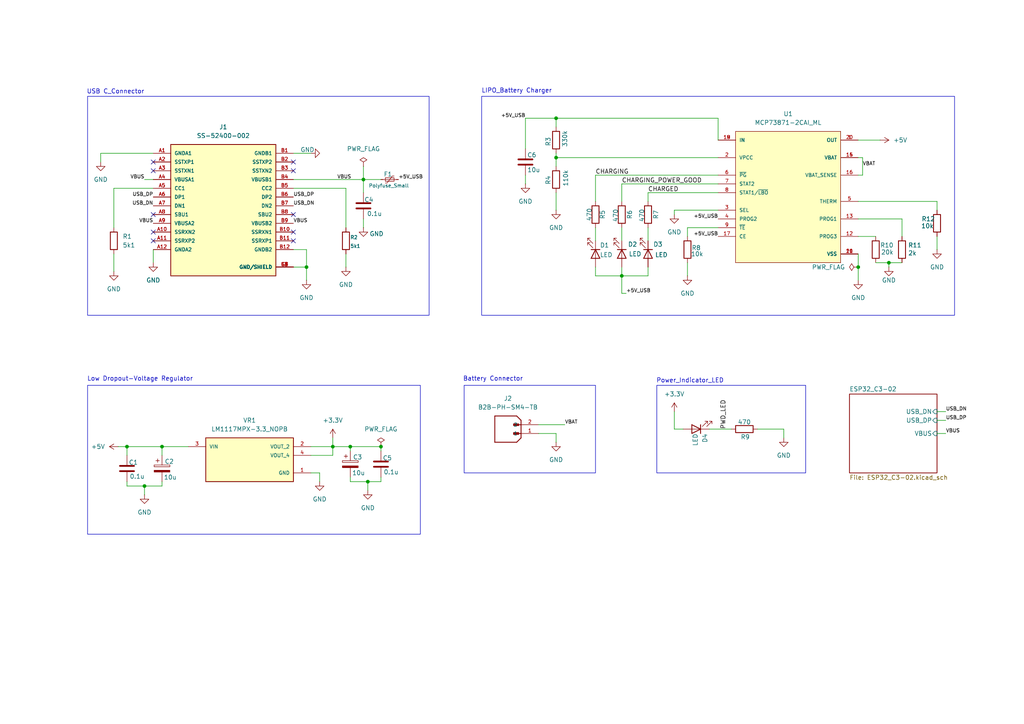
<source format=kicad_sch>
(kicad_sch (version 20250114) (generator "eeschema") (generator_version "9.0")
  (paper "A4")
  (title_block (title "ESP32,USB Module,SD Card") (date "2025-05-31"))
  (lib_symbols
    (symbol "B2B-PH-SM4-TB:B2B-PH-SM4-TB" (pin_names (offset 1.016))
      (property "Reference" "J" (at 0 6.35 0))
      (property "Value" "B2B-PH-SM4-TB" (at 0 -5.08 0))
      (symbol "B2B-PH-SM4-TB_0_0"
        (polyline (pts (xy 0 3.81) (xy 0 2.54)) (stroke (width 0.254)))
        (polyline (pts (xy 0 3.81) (xy 1.27 5.08)) (stroke (width 0.254)))
        (polyline (pts (xy 0 2.54) (xy 0 -1.27)) (stroke (width 0.254)))
        (polyline (pts (xy 0 2.54) (xy 1.905 2.54)) (stroke (width 0.254)))
        (polyline (pts (xy 0 0) (xy 1.905 0)) (stroke (width 0.254)))
        (polyline (pts (xy 0 -1.27) (xy 1.27 -2.54)) (stroke (width 0.254)))
        (rectangle (start 0.635 2.2225) (end 2.2225 2.8575) (stroke (width 0.1)) (fill (type outline)))
        (rectangle (start 0.635 -0.3175) (end 2.2225 0.3175) (stroke (width 0.1)) (fill (type outline)))
        (polyline (pts (xy 1.27 -2.54) (xy 7.62 -2.54)) (stroke (width 0.254)))
        (polyline (pts (xy 7.62 5.08) (xy 1.27 5.08)) (stroke (width 0.254)))
        (polyline (pts (xy 7.62 -2.54) (xy 7.62 5.08)) (stroke (width 0.254)))
        (pin passive line (at -5.08 2.54 0) (length 5.08) (name "1") (number "1"))
        (pin passive line (at -5.08 0 0) (length 5.08) (name "2") (number "2"))
      )
    )
    (symbol "Device:C" (pin_numbers (hide yes)) (pin_names (offset 0.254))
      (property "Reference" "C" (at 0.635 2.54 0))
      (property "Value" "C" (at 0.635 -2.54 0))
      (symbol "C_0_1"
        (polyline (pts (xy -2.032 0.762) (xy 2.032 0.762)) (stroke (width 0.508)))
        (polyline (pts (xy -2.032 -0.762) (xy 2.032 -0.762)) (stroke (width 0.508)))
      )
      (symbol "C_1_1"
        (pin passive line (at 0 3.81 270) (length 2.794) (name "~") (number "1"))
        (pin passive line (at 0 -3.81 90) (length 2.794) (name "~") (number "2"))
      )
    )
    (symbol "Device:C_Polarized" (pin_numbers (hide yes)) (pin_names (offset 0.254))
      (property "Reference" "C" (at 0.635 2.54 0))
      (property "Value" "C_Polarized" (at 0.635 -2.54 0))
      (symbol "C_Polarized_0_1"
        (rectangle (start -2.286 0.508) (end 2.286 1.016))
        (polyline (pts (xy -1.778 2.286) (xy -0.762 2.286)))
        (polyline (pts (xy -1.27 2.794) (xy -1.27 1.778)))
        (rectangle (start 2.286 -0.508) (end -2.286 -1.016) (fill (type outline)))
      )
      (symbol "C_Polarized_1_1"
        (pin passive line (at 0 3.81 270) (length 2.794) (name "~") (number "1"))
        (pin passive line (at 0 -3.81 90) (length 2.794) (name "~") (number "2"))
      )
    )
    (symbol "Device:LED" (pin_numbers (hide yes)) (pin_names (offset 1.016) (hide yes))
      (property "Reference" "D" (at 0 2.54 0))
      (property "Value" "LED" (at 0 -2.54 0))
      (symbol "LED_0_1"
        (polyline (pts (xy -3.048 -0.762) (xy -4.572 -2.286) (xy -3.81 -2.286) (xy -4.572 -2.286) (xy -4.572 -1.524)))
        (polyline (pts (xy -1.778 -0.762) (xy -3.302 -2.286) (xy -2.54 -2.286) (xy -3.302 -2.286) (xy -3.302 -1.524)))
        (polyline (pts (xy -1.27 0) (xy 1.27 0)))
        (polyline (pts (xy -1.27 -1.27) (xy -1.27 1.27)) (stroke (width 0.254)))
        (polyline (pts (xy 1.27 -1.27) (xy 1.27 1.27) (xy -1.27 0) (xy 1.27 -1.27)) (stroke (width 0.254)))
      )
      (symbol "LED_1_1"
        (pin passive line (at -3.81 0 0) (length 2.54) (name "K") (number "1"))
        (pin passive line (at 3.81 0 180) (length 2.54) (name "A") (number "2"))
      )
    )
    (symbol "Device:Polyfuse_Small" (pin_numbers (hide yes)) (pin_names (offset 0))
      (property "Reference" "F" (at -1.905 0 90))
      (property "Value" "Polyfuse_Small" (at 1.905 0 90))
      (symbol "Polyfuse_Small_0_1"
        (polyline (pts (xy -1.016 1.27) (xy -1.016 0.762) (xy 1.016 -0.762) (xy 1.016 -1.27)))
        (rectangle (start -0.508 1.27) (end 0.508 -1.27))
        (polyline (pts (xy 0 2.54) (xy 0 -2.54)))
      )
      (symbol "Polyfuse_Small_1_1"
        (pin passive line (at 0 2.54 270) (length 0.635) (name "~") (number "1"))
        (pin passive line (at 0 -2.54 90) (length 0.635) (name "~") (number "2"))
      )
    )
    (symbol "Device:R" (pin_numbers (hide yes)) (pin_names (offset 0))
      (property "Reference" "R" (at 2.032 0 90))
      (property "Value" "R" (at 0 0 90))
      (symbol "R_0_1"
        (rectangle (start -1.016 -2.54) (end 1.016 2.54) (stroke (width 0.254)))
      )
      (symbol "R_1_1"
        (pin passive line (at 0 3.81 270) (length 1.27) (name "~") (number "1"))
        (pin passive line (at 0 -3.81 90) (length 1.27) (name "~") (number "2"))
      )
    )
    (symbol "LM1117MPX-3.3_NOPB:LM1117MPX-3.3_NOPB" (pin_names (offset 1.016))
      (property "Reference" "VR" (at -12.7 6.08 0))
      (property "Value" "LM1117MPX-3.3_NOPB" (at -12.7 -9.08 0))
      (symbol "LM1117MPX-3.3_NOPB_0_0"
        (rectangle (start -12.7 -7.62) (end 12.7 5.08) (stroke (width 0.254)) (fill (type background)))
        (pin input line (at -17.78 2.54 0) (length 5.08) (name "VIN") (number "3"))
        (pin output line (at 17.78 2.54 180) (length 5.08) (name "VOUT_2") (number "2"))
        (pin output line (at 17.78 0 180) (length 5.08) (name "VOUT_4") (number "4"))
        (pin power_in line (at 17.78 -5.08 180) (length 5.08) (name "GND") (number "1"))
      )
    )
    (symbol "MCP73871-2CAI/ML:MCP73871-2CAI_ML" (pin_names (offset 1.016))
      (property "Reference" "U" (at -15.1679 18.5478 0))
      (property "Value" "MCP73871-2CAI_ML" (at -15.3387 -22.9156 0))
      (symbol "MCP73871-2CAI_ML_0_0"
        (rectangle (start -15.24 -20.32) (end 15.24 17.78) (stroke (width 0.1524)) (fill (type background)))
        (pin input line (at -20.32 15.24 0) (length 5.08) (name "IN") (number "18"))
        (pin input line (at -20.32 15.24 0) (length 5.08) (name "IN") (number "19"))
        (pin input line (at -20.32 10.16 0) (length 5.08) (name "VPCC") (number "2"))
        (pin output line (at -20.32 5.08 0) (length 5.08) (name "~{PG}") (number "6"))
        (pin output line (at -20.32 2.54 0) (length 5.08) (name "STAT2") (number "7"))
        (pin output line (at -20.32 0 0) (length 5.08) (name "STAT1/~{LBO}") (number "8"))
        (pin input line (at -20.32 -5.08 0) (length 5.08) (name "SEL") (number "3"))
        (pin input line (at -20.32 -7.62 0) (length 5.08) (name "PROG2") (number "4"))
        (pin input line (at -20.32 -10.16 0) (length 5.08) (name "~{TE}") (number "9"))
        (pin input line (at -20.32 -12.7 0) (length 5.08) (name "CE") (number "17"))
        (pin output line (at 20.32 15.24 180) (length 5.08) (name "OUT") (number "1"))
        (pin output line (at 20.32 15.24 180) (length 5.08) (name "OUT") (number "20"))
        (pin bidirectional line (at 20.32 10.16 180) (length 5.08) (name "VBAT") (number "14"))
        (pin bidirectional line (at 20.32 10.16 180) (length 5.08) (name "VBAT") (number "15"))
        (pin bidirectional line (at 20.32 5.08 180) (length 5.08) (name "VBAT_SENSE") (number "16"))
        (pin bidirectional line (at 20.32 -2.54 180) (length 5.08) (name "THERM") (number "5"))
        (pin bidirectional line (at 20.32 -7.62 180) (length 5.08) (name "PROG1") (number "13"))
        (pin bidirectional line (at 20.32 -12.7 180) (length 5.08) (name "PROG3") (number "12"))
        (pin power_in line (at 20.32 -17.78 180) (length 5.08) (name "VSS") (number "10"))
        (pin power_in line (at 20.32 -17.78 180) (length 5.08) (name "VSS") (number "11"))
        (pin power_in line (at 20.32 -17.78 180) (length 5.08) (name "VSS") (number "21"))
      )
    )
    (symbol "SS-52400-002:SS-52400-002" (pin_names (offset 1.016))
      (property "Reference" "J" (at -15.24 19.05 0))
      (property "Value" "SS-52400-002" (at -15.24 -22.86 0))
      (symbol "SS-52400-002_0_0"
        (rectangle (start -15.24 -20.32) (end 15.24 17.78) (stroke (width 0.254)) (fill (type background)))
        (pin power_in line (at -20.32 15.24 0) (length 5.08) (name "GNDA1") (number "A1"))
        (pin bidirectional line (at -20.32 12.7 0) (length 5.08) (name "SSTXP1") (number "A2"))
        (pin bidirectional line (at -20.32 10.16 0) (length 5.08) (name "SSTXN1") (number "A3"))
        (pin power_in line (at -20.32 7.62 0) (length 5.08) (name "VBUSA1") (number "A4"))
        (pin bidirectional line (at -20.32 5.08 0) (length 5.08) (name "CC1") (number "A5"))
        (pin bidirectional line (at -20.32 2.54 0) (length 5.08) (name "DP1") (number "A6"))
        (pin bidirectional line (at -20.32 0 0) (length 5.08) (name "DN1") (number "A7"))
        (pin bidirectional line (at -20.32 -2.54 0) (length 5.08) (name "SBU1") (number "A8"))
        (pin power_in line (at -20.32 -5.08 0) (length 5.08) (name "VBUSA2") (number "A9"))
        (pin bidirectional line (at -20.32 -7.62 0) (length 5.08) (name "SSRXN2") (number "A10"))
        (pin bidirectional line (at -20.32 -10.16 0) (length 5.08) (name "SSRXP2") (number "A11"))
        (pin power_in line (at -20.32 -12.7 0) (length 5.08) (name "GNDA2") (number "A12"))
        (pin power_in line (at 20.32 15.24 180) (length 5.08) (name "GNDB1") (number "B1"))
        (pin bidirectional line (at 20.32 12.7 180) (length 5.08) (name "SSTXP2") (number "B2"))
        (pin bidirectional line (at 20.32 10.16 180) (length 5.08) (name "SSTXN2") (number "B3"))
        (pin power_in line (at 20.32 7.62 180) (length 5.08) (name "VBUSB1") (number "B4"))
        (pin bidirectional line (at 20.32 5.08 180) (length 5.08) (name "CC2") (number "B5"))
        (pin bidirectional line (at 20.32 2.54 180) (length 5.08) (name "DP2") (number "B6"))
        (pin bidirectional line (at 20.32 0 180) (length 5.08) (name "DN2") (number "B7"))
        (pin bidirectional line (at 20.32 -2.54 180) (length 5.08) (name "SBU2") (number "B8"))
        (pin power_in line (at 20.32 -5.08 180) (length 5.08) (name "VBUSB2") (number "B9"))
        (pin bidirectional line (at 20.32 -7.62 180) (length 5.08) (name "SSRXN1") (number "B10"))
        (pin bidirectional line (at 20.32 -10.16 180) (length 5.08) (name "SSRXP1") (number "B11"))
        (pin power_in line (at 20.32 -12.7 180) (length 5.08) (name "GNDB2") (number "B12"))
        (pin power_in line (at 20.32 -17.78 180) (length 5.08) (name "GND/SHIELD") (number "G1"))
        (pin power_in line (at 20.32 -17.78 180) (length 5.08) (name "GND/SHIELD") (number "G2"))
        (pin power_in line (at 20.32 -17.78 180) (length 5.08) (name "GND/SHIELD") (number "G3"))
        (pin power_in line (at 20.32 -17.78 180) (length 5.08) (name "GND/SHIELD") (number "G4"))
        (pin power_in line (at 20.32 -17.78 180) (length 5.08) (name "GND/SHIELD") (number "S1"))
        (pin power_in line (at 20.32 -17.78 180) (length 5.08) (name "GND/SHIELD") (number "S2"))
        (pin power_in line (at 20.32 -17.78 180) (length 5.08) (name "GND/SHIELD") (number "S3"))
        (pin power_in line (at 20.32 -17.78 180) (length 5.08) (name "GND/SHIELD") (number "S4"))
      )
    )
    (symbol "power:+3.3V" (power) (pin_numbers (hide yes)) (pin_names (offset 0) (hide yes))
      (property "Value" "+3.3V" (at 0 3.556 0))
      (symbol "+3.3V_0_1"
        (polyline (pts (xy -0.762 1.27) (xy 0 2.54)))
        (polyline (pts (xy 0 2.54) (xy 0.762 1.27)))
        (polyline (pts (xy 0 0) (xy 0 2.54)))
      )
      (symbol "+3.3V_1_1"
        (pin power_in line (at 0 0 90) (length 0) (name "~") (number "1"))
      )
    )
    (symbol "power:+5V" (power) (pin_numbers (hide yes)) (pin_names (offset 0) (hide yes))
      (property "Value" "+5V" (at 0 3.556 0))
      (symbol "+5V_0_1"
        (polyline (pts (xy -0.762 1.27) (xy 0 2.54)))
        (polyline (pts (xy 0 2.54) (xy 0.762 1.27)))
        (polyline (pts (xy 0 0) (xy 0 2.54)))
      )
      (symbol "+5V_1_1"
        (pin power_in line (at 0 0 90) (length 0) (name "~") (number "1"))
      )
    )
    (symbol "power:GND" (power) (pin_numbers (hide yes)) (pin_names (offset 0) (hide yes))
      (property "Value" "GND" (at 0 -3.81 0))
      (symbol "GND_0_1"
        (polyline (pts (xy 0 0) (xy 0 -1.27) (xy 1.27 -1.27) (xy 0 -2.54) (xy -1.27 -1.27) (xy 0 -1.27)))
      )
      (symbol "GND_1_1"
        (pin power_in line (at 0 0 270) (length 0) (name "~") (number "1"))
      )
    )
    (symbol "power:PWR_FLAG" (power) (pin_numbers (hide yes)) (pin_names (offset 0) (hide yes))
      (property "Value" "PWR_FLAG" (at 0 3.81 0))
      (symbol "PWR_FLAG_0_0"
        (pin power_out line (at 0 0 90) (length 0) (name "~") (number "1"))
      )
      (symbol "PWR_FLAG_0_1"
        (polyline (pts (xy 0 0) (xy 0 1.27) (xy -1.016 1.905) (xy 0 2.54) (xy 1.016 1.905) (xy 0 1.27)))
      )
    )
  )
  (rectangle (start 25.4 27.94) (end 124.46 91.44))
  (rectangle (start 139.7 27.94) (end 276.86 91.44))
  (rectangle (start 134.62 111.76) (end 172.72 137.16))
  (rectangle (start 25.4 111.76) (end 121.92 154.94))
  (rectangle (start 190.5 111.76) (end 233.68 137.16))
  (text "Low Dropout-Voltage Regulator" (at 40.64 109.982 0) (effects (font (size 1.27 1.27))))
  (text "Battery Connector" (at 143.002 109.982 0) (effects (font (size 1.27 1.27))))
  (text "Power_Indicator_LED" (at 200.152 110.49 0) (effects (font (size 1.27 1.27))))
  (text "USB C_Connector\n" (at 33.528 26.67 0) (effects (font (size 1.27 1.27))))
  (text "LIPO_Battery Charger " (at 150.368 26.416 0) (effects (font (size 1.27 1.27))))
  (junction (at 36.83 129.54))
  (junction (at 161.29 45.72))
  (junction (at 96.52 129.54))
  (junction (at 101.6 129.54))
  (junction (at 180.34 80.01))
  (junction (at 105.41 52.07))
  (junction (at 88.9 77.47))
  (junction (at 161.29 34.29))
  (junction (at 46.99 129.54))
  (junction (at 41.91 140.97))
  (junction (at 257.81 76.2))
  (junction (at 248.92 77.47))
  (junction (at 110.49 129.54))
  (junction (at 106.68 139.7))
  (no_connect (at 85.09 49.53))
  (no_connect (at 85.09 46.99))
  (no_connect (at 85.09 69.85))
  (no_connect (at 44.45 62.23))
  (no_connect (at 85.09 62.23))
  (no_connect (at 85.09 67.31))
  (no_connect (at 44.45 67.31))
  (no_connect (at 44.45 46.99))
  (no_connect (at 44.45 69.85))
  (no_connect (at 44.45 49.53))
  (wire (pts (xy 271.78 68.58) (xy 271.78 72.39)))
  (wire (pts (xy 161.29 44.45) (xy 161.29 45.72)))
  (wire (pts (xy 88.9 72.39) (xy 88.9 77.47)))
  (wire (pts (xy 199.39 66.04) (xy 208.28 66.04)))
  (wire (pts (xy 152.4 34.29) (xy 152.4 43.18)))
  (wire (pts (xy 248.92 81.28) (xy 248.92 77.47)))
  (wire (pts (xy 36.83 139.7) (xy 36.83 140.97)))
  (wire (pts (xy 33.02 54.61) (xy 44.45 54.61)))
  (wire (pts (xy 180.34 66.04) (xy 180.34 69.85)))
  (wire (pts (xy 180.34 53.34) (xy 208.28 53.34)))
  (wire (pts (xy 101.6 129.54) (xy 110.49 129.54)))
  (wire (pts (xy 96.52 129.54) (xy 101.6 129.54)))
  (wire (pts (xy 33.02 73.66) (xy 33.02 78.74)))
  (wire (pts (xy 187.96 58.42) (xy 187.96 55.88)))
  (wire (pts (xy 92.71 137.16) (xy 92.71 139.7)))
  (wire (pts (xy 36.83 132.08) (xy 36.83 129.54)))
  (wire (pts (xy 199.39 66.04) (xy 199.39 68.58)))
  (wire (pts (xy 33.02 66.04) (xy 33.02 54.61)))
  (wire (pts (xy 254 68.58) (xy 248.92 68.58)))
  (wire (pts (xy 180.34 85.09) (xy 181.61 85.09)))
  (wire (pts (xy 46.99 129.54) (xy 46.99 132.08)))
  (wire (pts (xy 180.34 80.01) (xy 180.34 85.09)))
  (wire (pts (xy 271.78 125.73) (xy 274.32 125.73)))
  (wire (pts (xy 41.91 140.97) (xy 41.91 143.51)))
  (wire (pts (xy 271.78 58.42) (xy 271.78 60.96)))
  (wire (pts (xy 90.17 137.16) (xy 92.71 137.16)))
  (wire (pts (xy 41.91 52.07) (xy 44.45 52.07)))
  (wire (pts (xy 271.78 119.38) (xy 274.32 119.38)))
  (wire (pts (xy 195.58 124.46) (xy 198.12 124.46)))
  (wire (pts (xy 195.58 119.38) (xy 195.58 124.46)))
  (wire (pts (xy 180.34 58.42) (xy 180.34 53.34)))
  (wire (pts (xy 105.41 52.07) (xy 110.49 52.07)))
  (wire (pts (xy 187.96 80.01) (xy 180.34 80.01)))
  (wire (pts (xy 106.68 139.7) (xy 110.49 139.7)))
  (wire (pts (xy 29.21 44.45) (xy 44.45 44.45)))
  (wire (pts (xy 172.72 58.42) (xy 172.72 50.8)))
  (wire (pts (xy 85.09 52.07) (xy 105.41 52.07)))
  (wire (pts (xy 100.33 66.04) (xy 100.33 54.61)))
  (wire (pts (xy 271.78 121.92) (xy 274.32 121.92)))
  (wire (pts (xy 250.19 50.8) (xy 248.92 50.8)))
  (wire (pts (xy 212.09 124.46) (xy 205.74 124.46)))
  (wire (pts (xy 161.29 34.29) (xy 152.4 34.29)))
  (wire (pts (xy 152.4 50.8) (xy 152.4 53.34)))
  (wire (pts (xy 54.61 129.54) (xy 46.99 129.54)))
  (wire (pts (xy 110.49 139.7) (xy 110.49 138.43)))
  (wire (pts (xy 248.92 73.66) (xy 248.92 77.47)))
  (wire (pts (xy 261.62 63.5) (xy 248.92 63.5)))
  (wire (pts (xy 248.92 45.72) (xy 250.19 45.72)))
  (wire (pts (xy 261.62 68.58) (xy 261.62 63.5)))
  (wire (pts (xy 172.72 66.04) (xy 172.72 69.85)))
  (wire (pts (xy 36.83 140.97) (xy 41.91 140.97)))
  (wire (pts (xy 110.49 130.81) (xy 110.49 129.54)))
  (wire (pts (xy 195.58 62.23) (xy 195.58 60.96)))
  (wire (pts (xy 88.9 77.47) (xy 88.9 81.28)))
  (wire (pts (xy 161.29 55.88) (xy 161.29 60.96)))
  (wire (pts (xy 161.29 34.29) (xy 161.29 36.83)))
  (wire (pts (xy 85.09 77.47) (xy 88.9 77.47)))
  (wire (pts (xy 161.29 125.73) (xy 161.29 128.27)))
  (wire (pts (xy 106.68 139.7) (xy 106.68 142.24)))
  (wire (pts (xy 172.72 50.8) (xy 208.28 50.8)))
  (wire (pts (xy 100.33 54.61) (xy 85.09 54.61)))
  (wire (pts (xy 105.41 48.26) (xy 105.41 52.07)))
  (wire (pts (xy 248.92 58.42) (xy 271.78 58.42)))
  (wire (pts (xy 156.21 123.19) (xy 163.83 123.19)))
  (wire (pts (xy 90.17 129.54) (xy 96.52 129.54)))
  (wire (pts (xy 96.52 132.08) (xy 96.52 129.54)))
  (wire (pts (xy 261.62 76.2) (xy 257.81 76.2)))
  (wire (pts (xy 96.52 129.54) (xy 96.52 127)))
  (wire (pts (xy 41.91 140.97) (xy 46.99 140.97)))
  (wire (pts (xy 199.39 76.2) (xy 199.39 80.01)))
  (wire (pts (xy 46.99 140.97) (xy 46.99 139.7)))
  (wire (pts (xy 105.41 52.07) (xy 105.41 55.88)))
  (wire (pts (xy 101.6 130.81) (xy 101.6 129.54)))
  (wire (pts (xy 254 76.2) (xy 257.81 76.2)))
  (wire (pts (xy 101.6 138.43) (xy 101.6 139.7)))
  (wire (pts (xy 100.33 73.66) (xy 100.33 77.47)))
  (wire (pts (xy 90.17 132.08) (xy 96.52 132.08)))
  (wire (pts (xy 156.21 125.73) (xy 161.29 125.73)))
  (wire (pts (xy 85.09 44.45) (xy 90.17 44.45)))
  (wire (pts (xy 101.6 139.7) (xy 106.68 139.7)))
  (wire (pts (xy 227.33 124.46) (xy 227.33 127)))
  (wire (pts (xy 85.09 72.39) (xy 88.9 72.39)))
  (wire (pts (xy 172.72 80.01) (xy 180.34 80.01)))
  (wire (pts (xy 208.28 34.29) (xy 208.28 40.64)))
  (wire (pts (xy 219.71 124.46) (xy 227.33 124.46)))
  (wire (pts (xy 36.83 129.54) (xy 46.99 129.54)))
  (wire (pts (xy 44.45 72.39) (xy 44.45 76.2)))
  (wire (pts (xy 208.28 34.29) (xy 161.29 34.29)))
  (wire (pts (xy 255.27 40.64) (xy 248.92 40.64)))
  (wire (pts (xy 187.96 77.47) (xy 187.96 80.01)))
  (wire (pts (xy 105.41 63.5) (xy 105.41 66.04)))
  (wire (pts (xy 250.19 45.72) (xy 250.19 50.8)))
  (wire (pts (xy 257.81 76.2) (xy 257.81 77.47)))
  (wire (pts (xy 195.58 60.96) (xy 208.28 60.96)))
  (wire (pts (xy 161.29 45.72) (xy 161.29 48.26)))
  (wire (pts (xy 161.29 45.72) (xy 208.28 45.72)))
  (wire (pts (xy 172.72 77.47) (xy 172.72 80.01)))
  (wire (pts (xy 34.29 129.54) (xy 36.83 129.54)))
  (wire (pts (xy 187.96 66.04) (xy 187.96 69.85)))
  (wire (pts (xy 187.96 55.88) (xy 208.28 55.88)))
  (wire (pts (xy 180.34 77.47) (xy 180.34 80.01)))
  (wire (pts (xy 29.21 46.99) (xy 29.21 44.45)))
  (label "PWD_LED" (at 210.82 124.46 90))
  (label "VBUS" (at 85.09 64.77 0) (effects (font (size 1.016 1.016))))
  (label "+5V_USB" (at 152.4 34.29 180) (effects (font (size 1.016 1.016))))
  (label "+5V_USB" (at 115.57 52.07 0) (effects (font (size 1.016 1.016))))
  (label "USB_DN" (at 274.32 119.38 0) (effects (font (size 1.016 1.016))))
  (label "+5V_USB" (at 181.61 85.09 0) (effects (font (size 1.016 1.016))))
  (label "VBAT" (at 163.83 123.19 0) (effects (font (size 1.016 1.016))))
  (label "USB_DN" (at 44.45 59.69 180) (effects (font (size 1.016 1.016))))
  (label "VBUS" (at 44.45 64.77 180) (effects (font (size 1.016 1.016))))
  (label "VBUS" (at 41.91 52.07 180) (effects (font (size 1.016 1.016))))
  (label "USB_DP" (at 85.09 57.15 0) (effects (font (size 1.016 1.016))))
  (label "+5V_USB" (at 208.28 68.58 180) (effects (font (size 1.016 1.016))))
  (label "VBUS" (at 97.79 52.07 0) (effects (font (size 1.016 1.016))))
  (label "USB_DP" (at 274.32 121.92 0) (effects (font (size 1.016 1.016))))
  (label "CHARGED" (at 187.96 55.88 0))
  (label "USB_DP" (at 44.45 57.15 180) (effects (font (size 1.016 1.016))))
  (label "VBUS" (at 274.32 125.73 0) (effects (font (size 1.016 1.016))))
  (label "VBAT" (at 250.19 48.26 0) (effects (font (size 1.016 1.016))))
  (label "CHARGING_POWER_GOOD" (at 180.34 53.34 0))
  (label "+5V_USB" (at 208.28 63.5 180) (effects (font (size 1.016 1.016))))
  (label "USB_DN" (at 85.09 59.69 0) (effects (font (size 1.016 1.016))))
  (label "CHARGING" (at 172.72 50.8 0))
  (symbol (lib_id "Device:R") (at 215.9 124.46 90) (unit 1)
    (property "Reference" "R9" (at 216.154 126.746 90))
    (property "Value" "470" (at 215.9 122.428 90))
    (property "Footprint" "Resistor_SMD:R_0805_2012Metric" (effects (hide yes)))
    (property "Description" "Resistor" (effects (hide yes)))
  )
  (symbol (lib_id "LM1117MPX-3.3_NOPB:LM1117MPX-3.3_NOPB") (at 72.39 132.08 0) (unit 1)
    (property "Reference" "VR1" (at 72.39 121.92 0))
    (property "Value" "LM1117MPX-3.3_NOPB" (at 72.39 124.46 0))
    (property "Footprint" "MC_ESP32:VREG_LM1117MPX-3.3_NOPB" (effects (hide yes)))
    (property "DigiKey_Part_Number" "488-LM1117MPX-33NOPBTR-ND" (effects (hide yes)))
    (property "SnapEDA_Link" "https://www.snapeda.com/parts/LM1117MPX-33NOPB/Onsemi/view-part/?ref=snap" (effects (hide yes)))
    (property "MAXIMUM_PACKAGE_HEIGHT" "1.80 mm" (effects (hide yes)))
    (property "Package" "SOT-223-4 ON Semiconductor" (effects (hide yes)))
    (property "Check_prices" "https://www.snapeda.com/parts/LM1117MPX-33NOPB/Onsemi/view-part/?ref=eda" (effects (hide yes)))
    (property "STANDARD" "Manufacturer Recommendation" (effects (hide yes)))
    (property "PARTREV" "O" (effects (hide yes)))
    (property "MF" "ON Semiconductor" (effects (hide yes)))
    (property "MP" "LM1117MPX-33NOPB" (effects (hide yes)))
    (property "Description_1" "Linear Voltage Regulator IC Positive Fixed 1 Output  800mA SOT-223" (effects (hide yes)))
    (property "MANUFACTURER" "Texas Instruments" (effects (hide yes)))
  )
  (symbol (lib_id "Device:R") (at 261.62 72.39 0) (unit 1)
    (property "Reference" "R11" (at 263.398 71.12 0) (effects (justify left)))
    (property "Value" "2k" (at 263.398 73.406 0) (effects (justify left)))
    (property "Footprint" "Resistor_SMD:R_0805_2012Metric" (effects (hide yes)))
    (property "Description" "Resistor" (effects (hide yes)))
  )
  (symbol (lib_id "power:GND") (at 90.17 44.45 90) (unit 1)
    (property "Reference" "#PWR07" (effects (hide yes)))
    (property "Value" "GND" (at 87.122 43.434 90) (effects (justify right)))
    (property "Description" "Power symbol creates a global label with name \"GND\" , ground" (effects (hide yes)))
  )
  (symbol (lib_id "power:GND") (at 161.29 128.27 0) (unit 1)
    (property "Reference" "#PWR015" (effects (hide yes)))
    (property "Value" "GND" (at 161.29 133.35 0))
    (property "Description" "Power symbol creates a global label with name \"GND\" , ground" (effects (hide yes)))
  )
  (symbol (lib_id "power:PWR_FLAG") (at 110.49 129.54 0) (unit 1)
    (property "Reference" "#FLG01" (effects (hide yes)))
    (property "Value" "PWR_FLAG" (at 110.49 124.46 0))
    (property "Description" "Special symbol for telling ERC where power comes from" (effects (hide yes)))
  )
  (symbol (lib_id "Device:R") (at 180.34 62.23 180) (unit 1)
    (property "Reference" "R6" (at 182.626 62.23 90))
    (property "Value" "470" (at 178.562 62.484 90))
    (property "Footprint" "Resistor_SMD:R_0805_2012Metric" (effects (hide yes)))
    (property "Description" "Resistor" (effects (hide yes)))
  )
  (symbol (lib_id "power:GND") (at 195.58 62.23 0) (unit 1)
    (property "Reference" "#PWR016" (effects (hide yes)))
    (property "Value" "GND" (at 195.58 67.31 0))
    (property "Description" "Power symbol creates a global label with name \"GND\" , ground" (effects (hide yes)))
  )
  (symbol (lib_id "power:GND") (at 100.33 77.47 0) (unit 1)
    (property "Reference" "#PWR010" (effects (hide yes)))
    (property "Value" "GND" (at 100.33 82.55 0))
    (property "Description" "Power symbol creates a global label with name \"GND\" , ground" (effects (hide yes)))
  )
  (symbol (lib_id "power:GND") (at 271.78 72.39 0) (unit 1)
    (property "Reference" "#PWR023" (effects (hide yes)))
    (property "Value" "GND" (at 271.78 77.47 0))
    (property "Description" "Power symbol creates a global label with name \"GND\" , ground" (effects (hide yes)))
  )
  (symbol (lib_id "power:+5V") (at 34.29 129.54 90) (unit 1)
    (property "Reference" "#PWR03" (effects (hide yes)))
    (property "Value" "+5V" (at 30.48 129.5399 90) (effects (justify left)))
    (property "Description" "Power symbol creates a global label with name \"+5V\"" (effects (hide yes)))
  )
  (symbol (lib_id "Device:C") (at 36.83 135.89 0) (unit 1)
    (property "Reference" "C1" (at 37.338 134.112 0) (effects (justify left)))
    (property "Value" "0.1u" (at 37.592 138.176 0) (effects (justify left)))
    (property "Footprint" "Capacitor_SMD:C_0805_2012Metric" (effects (hide yes)))
    (property "Description" "Unpolarized capacitor" (effects (hide yes)))
  )
  (symbol (lib_id "power:GND") (at 44.45 76.2 0) (unit 1)
    (property "Reference" "#PWR05" (effects (hide yes)))
    (property "Value" "GND" (at 44.45 81.28 0))
    (property "Description" "Power symbol creates a global label with name \"GND\" , ground" (effects (hide yes)))
  )
  (symbol (lib_id "B2B-PH-SM4-TB:B2B-PH-SM4-TB") (at 151.13 123.19 180) (unit 1)
    (property "Reference" "J2" (at 147.32 115.57 0))
    (property "Value" "B2B-PH-SM4-TB" (at 147.32 118.11 0))
    (property "Footprint" "MC_ESP32:JST_B2B-PH-SM4-TB" (effects (hide yes)))
    (property "MF" "JST" (effects (hide yes)))
    (property "MAXIMUM_PACKAGE_HEIGHT" "6.6 mm" (effects (hide yes)))
    (property "Package" "NON STANDARD-2 JST" (effects (hide yes)))
    (property "Price" "None" (effects (hide yes)))
    (property "Check_prices" "https://www.snapeda.com/parts/B2B-PH-SM4-TB/JST/view-part/?ref=eda" (effects (hide yes)))
    (property "STANDARD" "Manufacturer Recommendations" (effects (hide yes)))
    (property "PARTREV" "N/A" (effects (hide yes)))
    (property "SnapEDA_Link" "https://www.snapeda.com/parts/B2B-PH-SM4-TB/JST/view-part/?ref=snap" (effects (hide yes)))
    (property "MP" "B2B-PH-SM4-TB" (effects (hide yes)))
    (property "Description_1" "Connector Header Surface Mount 2 position 0.079 (2.00mm)" (effects (hide yes)))
    (property "Availability" "In Stock" (effects (hide yes)))
    (property "MANUFACTURER" "JST" (effects (hide yes)))
  )
  (symbol (lib_id "Device:R") (at 199.39 72.39 180) (unit 1)
    (property "Reference" "R8" (at 201.93 71.882 0))
    (property "Value" "10k" (at 202.184 73.66 0))
    (property "Footprint" "Resistor_SMD:R_0805_2012Metric" (effects (hide yes)))
    (property "Description" "Resistor" (effects (hide yes)))
  )
  (symbol (lib_id "power:+3.3V") (at 96.52 127 0) (unit 1)
    (property "Reference" "#PWR09" (effects (hide yes)))
    (property "Value" "+3.3V" (at 96.52 121.92 0))
    (property "Description" "Power symbol creates a global label with name \"+3.3V\"" (effects (hide yes)))
  )
  (symbol (lib_id "power:GND") (at 88.9 81.28 0) (unit 1)
    (property "Reference" "#PWR06" (effects (hide yes)))
    (property "Value" "GND" (at 88.9 86.36 0))
    (property "Description" "Power symbol creates a global label with name \"GND\" , ground" (effects (hide yes)))
  )
  (symbol (lib_id "Device:LED") (at 180.34 73.66 270) (unit 1)
    (property "Reference" "D2" (at 182.118 70.866 90) (effects (justify left)))
    (property "Value" "LED" (at 182.372 73.66 90) (effects (justify left)))
    (property "Footprint" "LED_SMD:LED_0805_2012Metric" (effects (hide yes)))
    (property "Description" "Light emitting diode" (effects (hide yes)))
    (property "Sim.Pins" "1=K 2=A" (effects (hide yes)))
  )
  (symbol (lib_id "Device:R") (at 172.72 62.23 180) (unit 1)
    (property "Reference" "R5" (at 174.752 62.23 90))
    (property "Value" "470" (at 170.942 62.23 90))
    (property "Footprint" "Resistor_SMD:R_0805_2012Metric" (effects (hide yes)))
    (property "Description" "Resistor" (effects (hide yes)))
  )
  (symbol (lib_id "Device:R") (at 254 72.39 0) (unit 1)
    (property "Reference" "R10" (at 255.27 71.12 0) (effects (justify left)))
    (property "Value" "20k" (at 255.524 73.152 0) (effects (justify left)))
    (property "Footprint" "Resistor_SMD:R_0805_2012Metric" (effects (hide yes)))
    (property "Description" "Resistor" (effects (hide yes)))
  )
  (symbol (lib_id "power:GND") (at 199.39 80.01 0) (unit 1)
    (property "Reference" "#PWR018" (effects (hide yes)))
    (property "Value" "GND" (at 199.39 85.09 0))
    (property "Description" "Power symbol creates a global label with name \"GND\" , ground" (effects (hide yes)))
  )
  (symbol (lib_id "power:GND") (at 161.29 60.96 0) (unit 1)
    (property "Reference" "#PWR014" (effects (hide yes)))
    (property "Value" "GND" (at 161.29 66.04 0))
    (property "Description" "Power symbol creates a global label with name \"GND\" , ground" (effects (hide yes)))
  )
  (symbol (lib_id "power:GND") (at 152.4 53.34 0) (unit 1)
    (property "Reference" "#PWR013" (effects (hide yes)))
    (property "Value" "GND" (at 152.4 58.42 0))
    (property "Description" "Power symbol creates a global label with name \"GND\" , ground" (effects (hide yes)))
  )
  (symbol (lib_id "Device:LED") (at 187.96 73.66 270) (unit 1)
    (property "Reference" "D3" (at 189.484 70.866 90) (effects (justify left)))
    (property "Value" "LED" (at 189.992 73.914 90) (effects (justify left)))
    (property "Footprint" "LED_SMD:LED_0805_2012Metric" (effects (hide yes)))
    (property "Description" "Light emitting diode" (effects (hide yes)))
    (property "Sim.Pins" "1=K 2=A" (effects (hide yes)))
  )
  (symbol (lib_id "Device:R") (at 161.29 40.64 0) (unit 1)
    (property "Reference" "R3" (at 159.004 42.418 90) (effects (justify left)))
    (property "Value" "330k" (at 163.83 42.672 90) (effects (justify left)))
    (property "Footprint" "Resistor_SMD:R_0805_2012Metric" (effects (hide yes)))
    (property "Description" "Resistor" (effects (hide yes)))
  )
  (symbol (lib_id "Device:C") (at 152.4 46.99 0) (unit 1)
    (property "Reference" "C6" (at 152.908 44.958 0) (effects (justify left)))
    (property "Value" "10u" (at 152.908 49.276 0) (effects (justify left)))
    (property "Footprint" "MC_ESP32:CAPMP3216X180N" (effects (hide yes)))
    (property "Description" "Unpolarized capacitor" (effects (hide yes)))
  )
  (symbol (lib_id "Device:R") (at 100.33 69.85 0) (unit 1)
    (property "Reference" "R2" (at 101.6 68.834 0) (effects (font (size 1.016 1.016)) (justify left)))
    (property "Value" "5k1" (at 101.6 71.374 0) (effects (font (size 1.016 1.016)) (justify left)))
    (property "Footprint" "Resistor_SMD:R_0805_2012Metric" (effects (hide yes)))
    (property "Description" "Resistor" (effects (hide yes)))
  )
  (symbol (lib_id "power:GND") (at 29.21 46.99 0) (unit 1)
    (property "Reference" "#PWR01" (effects (hide yes)))
    (property "Value" "GND" (at 29.21 52.07 0))
    (property "Description" "Power symbol creates a global label with name \"GND\" , ground" (effects (hide yes)))
  )
  (symbol (lib_id "Device:C_Polarized") (at 46.99 135.89 0) (unit 1)
    (property "Reference" "C2" (at 47.752 133.858 0) (effects (justify left)))
    (property "Value" "10u" (at 47.498 138.43 0) (effects (justify left)))
    (property "Footprint" "MC_ESP32:CAPMP3216X180N" (effects (hide yes)))
    (property "Description" "Polarized capacitor" (effects (hide yes)))
  )
  (symbol (lib_id "power:GND") (at 106.68 142.24 0) (unit 1)
    (property "Reference" "#PWR012" (effects (hide yes)))
    (property "Value" "GND" (at 106.68 147.32 0))
    (property "Description" "Power symbol creates a global label with name \"GND\" , ground" (effects (hide yes)))
  )
  (symbol (lib_id "Device:Polyfuse_Small") (at 113.03 52.07 90) (unit 1)
    (property "Reference" "F1" (at 112.522 50.546 90))
    (property "Value" "Polyfuse_Small" (at 112.776 53.848 90) (effects (font (size 1.016 1.016))))
    (property "Footprint" "Fuse:Fuse_0805_2012Metric" (effects (hide yes)))
    (property "Description" "Resettable fuse, polymeric positive temperature coefficient, small symbol" (effects (hide yes)))
  )
  (symbol (lib_id "power:PWR_FLAG") (at 248.92 77.47 90) (unit 1)
    (property "Reference" "#FLG02" (effects (hide yes)))
    (property "Value" "PWR_FLAG" (at 245.11 77.4699 90) (effects (justify left)))
    (property "Description" "Special symbol for telling ERC where power comes from" (effects (hide yes)))
  )
  (symbol (lib_id "Device:R") (at 33.02 69.85 0) (unit 1)
    (property "Reference" "R1" (at 35.56 68.5799 0) (effects (justify left)))
    (property "Value" "5k1" (at 35.56 71.1199 0) (effects (justify left)))
    (property "Footprint" "Resistor_SMD:R_0805_2012Metric" (effects (hide yes)))
    (property "Description" "Resistor" (effects (hide yes)))
  )
  (symbol (lib_id "Device:R") (at 161.29 52.07 0) (unit 1)
    (property "Reference" "R4" (at 159.004 53.594 90) (effects (justify left)))
    (property "Value" "110k" (at 164.084 54.102 90) (effects (justify left)))
    (property "Footprint" "Resistor_SMD:R_0805_2012Metric" (effects (hide yes)))
    (property "Description" "Resistor" (effects (hide yes)))
  )
  (symbol (lib_id "power:GND") (at 92.71 139.7 0) (unit 1)
    (property "Reference" "#PWR08" (effects (hide yes)))
    (property "Value" "GND" (at 92.71 144.78 0))
    (property "Description" "Power symbol creates a global label with name \"GND\" , ground" (effects (hide yes)))
  )
  (symbol (lib_id "power:+3.3V") (at 195.58 119.38 0) (unit 1)
    (property "Reference" "#PWR017" (effects (hide yes)))
    (property "Value" "+3.3V" (at 195.58 114.3 0))
    (property "Description" "Power symbol creates a global label with name \"+3.3V\"" (effects (hide yes)))
  )
  (symbol (lib_id "Device:C_Polarized") (at 101.6 134.62 0) (unit 1)
    (property "Reference" "C3" (at 102.362 132.588 0) (effects (justify left)))
    (property "Value" "10u" (at 102.108 137.16 0) (effects (justify left)))
    (property "Footprint" "MC_ESP32:CAPMP3216X180N" (effects (hide yes)))
    (property "Description" "Polarized capacitor" (effects (hide yes)))
  )
  (symbol (lib_id "Device:C") (at 110.49 134.62 0) (unit 1)
    (property "Reference" "C5" (at 110.998 132.842 0) (effects (justify left)))
    (property "Value" "0.1u" (at 111.252 136.906 0) (effects (justify left)))
    (property "Footprint" "Capacitor_SMD:C_0805_2012Metric" (effects (hide yes)))
    (property "Description" "Unpolarized capacitor" (effects (hide yes)))
  )
  (symbol (lib_id "SS-52400-002:SS-52400-002") (at 64.77 59.69 0) (unit 1)
    (property "Reference" "J1" (at 64.77 36.83 0))
    (property "Value" "SS-52400-002" (at 64.77 39.37 0))
    (property "Footprint" "MC_ESP32:BELFUSE_SS-52400-002" (effects (hide yes)))
    (property "MF" "Bel Fuse" (effects (hide yes)))
    (property "MAXIMUM_PACKAGE_HEIGHT" "2.96 mm" (effects (hide yes)))
    (property "Package" "None" (effects (hide yes)))
    (property "Price" "None" (effects (hide yes)))
    (property "Check_prices" "https://www.snapeda.com/parts/SS-52400-002/Bel+Circuit+Protection/view-part/?ref=eda" (effects (hide yes)))
    (property "STANDARD" "Manufacturer Recommendations" (effects (hide yes)))
    (property "PARTREV" "A0" (effects (hide yes)))
    (property "SnapEDA_Link" "https://www.snapeda.com/parts/SS-52400-002/Bel+Circuit+Protection/view-part/?ref=snap" (effects (hide yes)))
    (property "MP" "SS-52400-002" (effects (hide yes)))
    (property "Description_1" "USB Type-C Connector | USB 3.1 | 1 Port | Right Angle Receptacle | Shielded | 0.039 in (1.00mm) PCB Thickness" (effects (hide yes)))
    (property "Availability" "In Stock" (effects (hide yes)))
    (property "MANUFACTURER" "BelFuse" (effects (hide yes)))
  )
  (symbol (lib_id "Device:R") (at 271.78 64.77 180) (unit 1)
    (property "Reference" "R12" (at 269.24 63.5 0))
    (property "Value" "10k" (at 268.986 65.532 0))
    (property "Footprint" "Resistor_SMD:R_0805_2012Metric" (effects (hide yes)))
    (property "Description" "Resistor" (effects (hide yes)))
  )
  (symbol (lib_id "power:GND") (at 33.02 78.74 0) (unit 1)
    (property "Reference" "#PWR02" (effects (hide yes)))
    (property "Value" "GND" (at 33.02 83.82 0))
    (property "Description" "Power symbol creates a global label with name \"GND\" , ground" (effects (hide yes)))
  )
  (symbol (lib_id "Device:LED") (at 201.93 124.46 180) (unit 1)
    (property "Reference" "D4" (at 204.47 125.73 90) (effects (justify left)))
    (property "Value" "LED" (at 201.676 125.73 90) (effects (justify left)))
    (property "Footprint" "LED_SMD:LED_0805_2012Metric" (effects (hide yes)))
    (property "Description" "Light emitting diode" (effects (hide yes)))
    (property "Sim.Pins" "1=K 2=A" (effects (hide yes)))
  )
  (symbol (lib_id "power:GND") (at 248.92 81.28 0) (unit 1)
    (property "Reference" "#PWR020" (effects (hide yes)))
    (property "Value" "GND" (at 248.92 86.36 0))
    (property "Description" "Power symbol creates a global label with name \"GND\" , ground" (effects (hide yes)))
  )
  (symbol (lib_id "power:+5V") (at 255.27 40.64 270) (unit 1)
    (property "Reference" "#PWR021" (effects (hide yes)))
    (property "Value" "+5V" (at 259.08 40.6399 90) (effects (justify left)))
    (property "Description" "Power symbol creates a global label with name \"+5V\"" (effects (hide yes)))
  )
  (symbol (lib_id "MCP73871-2CAI/ML:MCP73871-2CAI_ML") (at 228.6 55.88 0) (unit 1)
    (property "Reference" "U1" (at 228.6 33.02 0))
    (property "Value" "MCP73871-2CAI_ML" (at 228.6 35.56 0))
    (property "Footprint" "MC_ESP32_gen:QFN50P400X400X100-21N" (effects (hide yes)))
    (property "MF" "Microchip Technology" (effects (hide yes)))
    (property "SNAPEDA_PACKAGE_ID" "22102" (effects (hide yes)))
    (property "Package" "QFN-20 Microchip" (effects (hide yes)))
    (property "Price" "None" (effects (hide yes)))
    (property "Check_prices" "https://www.snapeda.com/parts/MCP73871-2CAI/ML/Microchip/view-part/?ref=eda" (effects (hide yes)))
    (property "STANDARD" "IPC-7351B" (effects (hide yes)))
    (property "PARTREV" "D" (effects (hide yes)))
    (property "SnapEDA_Link" "https://www.snapeda.com/parts/MCP73871-2CAI/ML/Microchip/view-part/?ref=snap" (effects (hide yes)))
    (property "MP" "MCP73871-2CAI/ML" (effects (hide yes)))
    (property "Description_1" "Microchip MCP73871-2CAI/ML, Battery Charge Controller, 1000mA, 20-Pin QFN | Microchip Technology Inc. MCP73871-2CAI/ML" (effects (hide yes)))
    (property "Availability" "In Stock" (effects (hide yes)))
    (property "MANUFACTURER" "Microchip Corp." (effects (hide yes)))
  )
  (symbol (lib_id "Device:LED") (at 172.72 73.66 270) (unit 1)
    (property "Reference" "D1" (at 173.99 71.12 90) (effects (justify left)))
    (property "Value" "LED" (at 173.99 73.914 90) (effects (justify left)))
    (property "Footprint" "LED_SMD:LED_0805_2012Metric" (effects (hide yes)))
    (property "Description" "Light emitting diode" (effects (hide yes)))
    (property "Sim.Pins" "1=K 2=A" (effects (hide yes)))
  )
  (symbol (lib_id "power:GND") (at 257.81 77.47 0) (unit 1)
    (property "Reference" "#PWR022" (effects (hide yes)))
    (property "Value" "GND" (at 257.81 81.28 0))
    (property "Description" "Power symbol creates a global label with name \"GND\" , ground" (effects (hide yes)))
  )
  (symbol (lib_id "Device:C") (at 105.41 59.69 0) (unit 1)
    (property "Reference" "C4" (at 105.664 57.912 0) (effects (justify left)))
    (property "Value" "0.1u" (at 106.426 61.976 0) (effects (justify left)))
    (property "Footprint" "Capacitor_SMD:C_0805_2012Metric" (effects (hide yes)))
    (property "Description" "Unpolarized capacitor" (effects (hide yes)))
  )
  (symbol (lib_id "power:GND") (at 41.91 143.51 0) (unit 1)
    (property "Reference" "#PWR04" (effects (hide yes)))
    (property "Value" "GND" (at 41.91 148.59 0))
    (property "Description" "Power symbol creates a global label with name \"GND\" , ground" (effects (hide yes)))
  )
  (symbol (lib_id "power:GND") (at 105.41 66.04 0) (unit 1)
    (property "Reference" "#PWR011" (effects (hide yes)))
    (property "Value" "GND" (at 109.22 67.818 0))
    (property "Description" "Power symbol creates a global label with name \"GND\" , ground" (effects (hide yes)))
  )
  (symbol (lib_id "power:PWR_FLAG") (at 105.41 48.26 0) (unit 1)
    (property "Reference" "#FLG03" (effects (hide yes)))
    (property "Value" "PWR_FLAG" (at 105.41 43.18 0))
    (property "Description" "Special symbol for telling ERC where power comes from" (effects (hide yes)))
  )
  (symbol (lib_id "Device:R") (at 187.96 62.23 180) (unit 1)
    (property "Reference" "R7" (at 190.246 62.23 90))
    (property "Value" "470" (at 186.182 62.484 90))
    (property "Footprint" "Resistor_SMD:R_0805_2012Metric" (effects (hide yes)))
    (property "Description" "Resistor" (effects (hide yes)))
  )
  (symbol (lib_id "power:GND") (at 227.33 127 0) (unit 1)
    (property "Reference" "#PWR019" (effects (hide yes)))
    (property "Value" "GND" (at 227.33 132.08 0))
    (property "Description" "Power symbol creates a global label with name \"GND\" , ground" (effects (hide yes)))
  )
  (sheet (at 246.38 114.3) (size 25.4 22.86) (stroke (width 0.1524))
    (property "Sheetname" "ESP32_C3-02" (at 246.38 113.5884 0) (effects (justify left bottom)))
    (property "Sheetfile" "ESP32_C3-02.kicad_sch" (at 246.38 137.7446 0) (effects (justify left top)))
    (pin "USB_DN" input (at 271.78 119.38 0))
    (pin "USB_DP" input (at 271.78 121.92 0))
    (pin "VBUS" input (at 271.78 125.73 0))
  )
)
</source>
